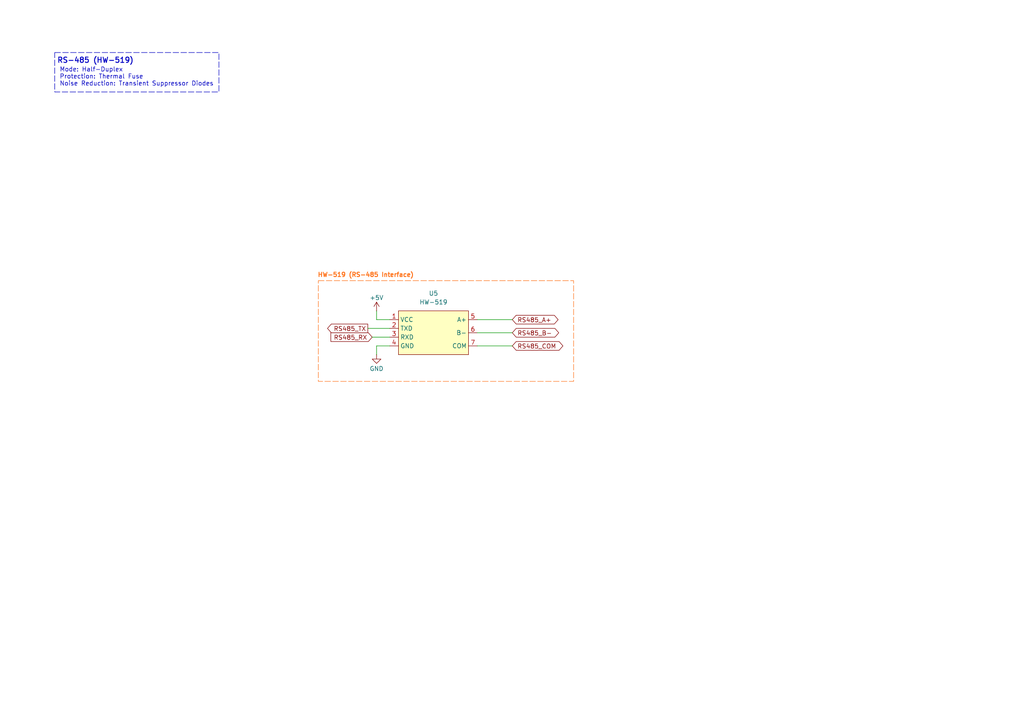
<source format=kicad_sch>
(kicad_sch (version 20250114) (generator "eeschema") (generator_version "9.0")
  (paper "A4")
  (title_block (title "ATL-100 (Multiparametric Station) - Main Board") (date "2025-06-05") (rev "v0.2.0") (company "AgroTechLab (Agribusiness Technology Development Laboratory)") (comment 1 "IFSC (Federal Institute of Santa Catarina)") (comment 2 "Author: Robson Costa (robson.costa@ifsc.edu.br)") (comment 3 "Licensed under CC-BY-SA 4.0") (comment 4 "RS-485 (HW-519)"))
  (lib_symbols
    (symbol "AgroTechLab:HW-519"
      (property "Reference" "U" (at -9.652 7.366 0))
      (property "Value" "HW-519" (at 6.35 7.366 0))
      (symbol "HW-519_1_1"
        (rectangle (start -10.16 6.35) (end 10.16 -6.35) (fill (type background)))
        (pin power_in line (at -12.7 3.81 0) (length 2.54) (name "VCC") (number "1"))
        (pin output line (at -12.7 1.27 0) (length 2.54) (name "TXD") (number "2"))
        (pin input line (at -12.7 -1.27 0) (length 2.54) (name "RXD") (number "3"))
        (pin power_in line (at -12.7 -3.81 0) (length 2.54) (name "GND") (number "4"))
        (pin bidirectional line (at 12.7 3.81 180) (length 2.54) (name "A+") (number "5"))
        (pin bidirectional line (at 12.7 0 180) (length 2.54) (name "B-") (number "6"))
        (pin bidirectional line (at 12.7 -3.81 180) (length 2.54) (name "COM") (number "7"))
      )
    )
    (symbol "power:+5V" (power) (pin_numbers (hide yes)) (pin_names (offset 0) (hide yes))
      (property "Value" "+5V" (at 0 3.556 0))
      (symbol "+5V_0_1"
        (polyline (pts (xy -0.762 1.27) (xy 0 2.54)))
        (polyline (pts (xy 0 2.54) (xy 0.762 1.27)))
        (polyline (pts (xy 0 0) (xy 0 2.54)))
      )
      (symbol "+5V_1_1"
        (pin power_in line (at 0 0 90) (length 0) (name "~") (number "1"))
      )
    )
    (symbol "power:GND" (power) (pin_numbers (hide yes)) (pin_names (offset 0) (hide yes))
      (property "Value" "GND" (at 0 -3.81 0))
      (symbol "GND_0_1"
        (polyline (pts (xy 0 0) (xy 0 -1.27) (xy 1.27 -1.27) (xy 0 -2.54) (xy -1.27 -1.27) (xy 0 -1.27)))
      )
      (symbol "GND_1_1"
        (pin power_in line (at 0 0 270) (length 0) (name "~") (number "1"))
      )
    )
  )
  (rectangle (start 15.875 15.24) (end 63.5 26.67) (stroke (width 0) (type dash)))
  (rectangle (start 92.329 81.407) (end 166.37 110.617) (stroke (width 0) (type dash) (color 255 114 26 1)))
  (text "RS-485 (HW-519)" (at 27.686 17.653 0) (effects (font (size 1.524 1.524) (thickness 0.254) (bold yes))))
  (text "Mode: Half-Duplex\nProtection: Thermal Fuse\nNoise Reduction: Transient Suppressor Diodes" (at 17.272 22.352 0) (effects (font (size 1.27 1.27)) (justify left)))
  (text "HW-519 (RS-485 Interface)" (at 92.075 80.645 0) (effects (font (size 1.27 1.27) (thickness 0.254) (bold yes)) (justify left bottom)))
  (wire (pts (xy 107.95 97.79) (xy 113.03 97.79)))
  (wire (pts (xy 109.22 100.33) (xy 109.22 102.87)))
  (wire (pts (xy 109.22 90.17) (xy 109.22 92.71)))
  (wire (pts (xy 138.43 92.71) (xy 148.59 92.71)))
  (wire (pts (xy 109.22 92.71) (xy 113.03 92.71)))
  (wire (pts (xy 106.68 95.25) (xy 113.03 95.25)))
  (wire (pts (xy 138.43 100.33) (xy 148.59 100.33)))
  (wire (pts (xy 138.43 96.52) (xy 148.59 96.52)))
  (wire (pts (xy 113.03 100.33) (xy 109.22 100.33)))
  (global_label "RS485_COM" (shape bidirectional) (at 148.59 100.33 0) (property "Intersheetrefs" "${INTERSHEET_REFS}" (effects (hide yes))))
  (global_label "RS485_RX" (shape input) (at 107.95 97.79 180) (property "Intersheetrefs" "${INTERSHEET_REFS}" (effects (hide yes))))
  (global_label "RS485_A+" (shape bidirectional) (at 148.59 92.71 0) (property "Intersheetrefs" "${INTERSHEET_REFS}" (effects (hide yes))))
  (global_label "RS485_B-" (shape bidirectional) (at 148.59 96.52 0) (property "Intersheetrefs" "${INTERSHEET_REFS}" (effects (hide yes))))
  (global_label "RS485_TX" (shape output) (at 106.68 95.25 180) (property "Intersheetrefs" "${INTERSHEET_REFS}" (effects (hide yes))))
  (symbol (lib_id "power:GND") (at 109.22 102.87 0) (unit 1)
    (property "Reference" "#PWR028" (effects (hide yes)))
    (property "Value" "GND" (at 109.22 106.934 0))
    (property "Description" "Power symbol creates a global label with name \"GND\" , ground" (effects (hide yes)))
  )
  (symbol (lib_id "power:+5V") (at 109.22 90.17 0) (unit 1)
    (property "Reference" "#PWR027" (effects (hide yes)))
    (property "Value" "+5V" (at 109.22 86.36 0))
    (property "Description" "Power symbol creates a global label with name \"+5V\"" (effects (hide yes)))
  )
  (symbol (lib_id "AgroTechLab:HW-519") (at 125.73 96.52 0) (unit 1)
    (property "Reference" "U5" (at 125.73 85.09 0))
    (property "Value" "HW-519" (at 125.73 87.63 0))
    (property "Footprint" "AgroTechLab:HW-519" (effects (hide yes)))
    (property "Datasheet" "kicad-embed://MAX485.pdf" (effects (hide yes)))
    (property "Description" "HW-519 TTL to RS-485" (effects (hide yes)))
  )
)
</source>
